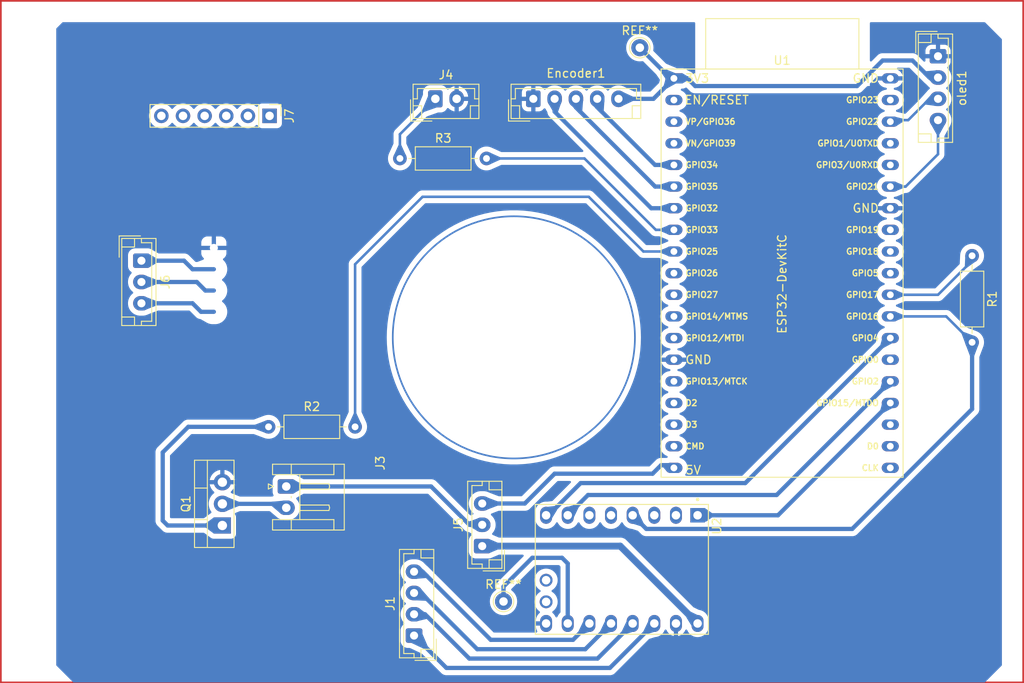
<source format=kicad_pcb>
(kicad_pcb (version 20240108) (generator "pcbnew") (generator_version "8.0")
  (layers (0 "F.Cu" signal) (31 "B.Cu" signal) (34 "B.Paste" user) (35 "F.Paste" user) (36 "B.SilkS" user "B.Silkscreen") (37 "F.SilkS" user "F.Silkscreen") (38 "B.Mask" user) (39 "F.Mask" user) (44 "Edge.Cuts" user))
  (net 0 "")
  (net 1 "Net-(Encoder1-s1)")
  (net 2 "Net-(Encoder1-s2)")
  (net 8 "Net-(Encoder1-Key)")
  (net 15 "Net-(J1-Pin_3)")
  (net 23 "GND")
  (net 24 "+5V")
  (net 25 "Net-(Encoder1-VCC)")
  (net 26 "Net-(U1-GPIO21)")
  (net 27 "Net-(U1-GPIO22)")
  (net 28 "Net-(U1-ADC2_CH2{slash}GPIO2)")
  (net 29 "Net-(U1-GPIO16)")
  (net 31 "+3.3V")
  (net 33 "+24V")
  (net 36 "Net-(U1-GPIO17)")
  (net 37 "Net-(U1-ADC2_CH0{slash}GPIO4)")
  (net 38 "Net-(J1-Pin_2)")
  (net 39 "Net-(J1-Pin_4)")
  (net 40 "Net-(J1-Pin_1)")
  (net 41 "+12V")
  (net 42 "Net-(J3-Pin_2)")
  (net 43 "Net-(Q1-G)")
  (net 46 "Net-(U1-MTDO{slash}GPIO15{slash}ADC2_CH3)")
  (net 53 "Net-(U1-DAC_1{slash}ADC2_CH8{slash}GPIO25)")
  (net 55 "Net-(J4-Pin_1)")
  (net 56 "Net-(U1-32K_XN{slash}GPIO33{slash}ADC1_CH5)")
  (footprint "TMC2209_SILENTSTEPSTICK:MODULE_TMC2209_SILENTSTEPSTICK" (layer "F.Cu") (at 131.39 116.23 -90)
    (property "Reference" "U2" (at -5.075 -11.155 90) (layer "F.SilkS"))
    (property "Value" "~")
    (fp_line (start -7.62 10.16) (end -7.62 -10.16) (stroke (width 0.127)) (layer "F.SilkS"))
    (fp_line (start 7.62 10.16) (end -7.62 10.16) (stroke (width 0.127)) (layer "F.SilkS"))
    (fp_line (start -7.62 -10.16) (end 7.62 -10.16) (stroke (width 0.127)) (layer "F.SilkS"))
    (fp_line (start 7.62 -10.16) (end 7.62 10.16) (stroke (width 0.127)) (layer "F.SilkS"))
    (fp_circle (center -8.2 -8.89) (end -8.1 -8.89) (stroke (width 0.2)) (fill none) (layer "F.SilkS"))
    (pad "1" thru_hole rect (at -6.35 -8.89 270) (size 1.7 1.7) (drill 1) (layers "*.Cu" "*.Mask") (net 46 "Net-(U1-MTDO{slash}GPIO15{slash}ADC2_CH3)"))
    (pad "2" thru_hole oval (at -6.35 -6.35 270) (size 2 1.4) (drill 1) (layers "*.Cu" "*.Mask"))
    (pad "3" thru_hole oval (at -6.35 -3.81 270) (size 2 1.4) (drill 1) (layers "*.Cu" "*.Mask"))
    (pad "4" thru_hole oval (at -6.35 -1.27 270) (size 2 1.4) (drill 1) (layers "*.Cu" "*.Mask") (net 29 "Net-(U1-GPIO16)"))
    (pad "5" thru_hole oval (at -6.35 1.27 270) (size 2 1.4) (drill 1) (layers "*.Cu" "*.Mask"))
    (pad "6" thru_hole oval (at -6.35 3.81 270) (size 2 1.4) (drill 1) (layers "*.Cu" "*.Mask"))
    (pad "7" thru_hole oval (at -6.35 6.35 270) (size 2 1.4) (drill 1) (layers "*.Cu" "*.Mask") (net 28 "Net-(U1-ADC2_CH2{slash}GPIO2)"))
    (pad "8" thru_hole oval (at -6.35 8.89 270) (size 2 1.4) (drill 1) (layers "*.Cu" "*.Mask") (net 37 "Net-(U1-ADC2_CH0{slash}GPIO4)"))
    (pad "9" thru_hole oval (at 6.35 -8.89 270) (size 2 1.4) (drill 1) (layers "*.Cu" "*.Mask") (net 33 "+24V"))
    (pad "10" thru_hole oval (at 6.35 -6.35 270) (size 2 1.4) (drill 1) (layers "*.Cu" "*.Mask") (net 23 "GND"))
    (pad "11" thru_hole oval (at 6.35 -3.81 270) (size 2 1.4) (drill 1) (layers "*.Cu" "*.Mask") (net 40 "Net-(J1-Pin_1)"))
    (pad "12" thru_hole oval (at 6.35 -1.27 270) (size 2 1.4) (drill 1) (layers "*.Cu" "*.Mask") (net 38 "Net-(J1-Pin_2)"))
    (pad "13" thru_hole oval (at 6.35 1.27 270) (size 2 1.4) (drill 1) (layers "*.Cu" "*.Mask") (net 15 "Net-(J1-Pin_3)"))
    (pad "14" thru_hole oval (at 6.35 3.81 270) (size 2 1.4) (drill 1) (layers "*.Cu" "*.Mask") (net 39 "Net-(J1-Pin_4)"))
    (pad "15" thru_hole oval (at 6.35 6.35 270) (size 2 1.4) (drill 1) (layers "*.Cu" "*.Mask") (net 31 "+3.3V"))
    (pad "16" thru_hole oval (at 6.35 8.89 270) (size 2 1.4) (drill 1) (layers "*.Cu" "*.Mask") (net 23 "GND"))
    (pad "17" thru_hole circle (at 1.27 8.89 270) (size 1.508 1.508) (drill 1) (layers "*.Cu" "*.Mask"))
    (pad "18" thru_hole circle (at 3.81 8.89 270) (size 1.508 1.508) (drill 1) (layers "*.Cu" "*.Mask"))
  )
  (footprint "Connector_JST:JST_EH_B2B-EH-A_1x02_P2.50mm_Vertical" (layer "F.Cu") (at 109.5 61)
    (property "Reference" "J4" (at 1.25 -2.8 0) (layer "F.SilkS"))
    (property "Value" "LED Header")
    (fp_line (start -2.91 0.11) (end -2.91 2.61) (stroke (width 0.12)) (layer "F.SilkS"))
    (fp_line (start -2.91 2.61) (end -0.41 2.61) (stroke (width 0.12)) (layer "F.SilkS"))
    (fp_line (start -2.61 -1.71) (end -2.61 2.31) (stroke (width 0.12)) (layer "F.SilkS"))
    (fp_line (start -2.61 0) (end -2.11 0) (stroke (width 0.12)) (layer "F.SilkS"))
    (fp_line (start -2.61 0.81) (end -1.61 0.81) (stroke (width 0.12)) (layer "F.SilkS"))
    (fp_line (start -2.61 2.31) (end 5.11 2.31) (stroke (width 0.12)) (layer "F.SilkS"))
    (fp_line (start -2.11 -1.21) (end 4.61 -1.21) (stroke (width 0.12)) (layer "F.SilkS"))
    (fp_line (start -2.11 0) (end -2.11 -1.21) (stroke (width 0.12)) (layer "F.SilkS"))
    (fp_line (start -1.61 0.81) (end -1.61 2.31) (stroke (width 0.12)) (layer "F.SilkS"))
    (fp_line (start 4.11 0.81) (end 4.11 2.31) (stroke (width 0.12)) (layer "F.SilkS"))
    (fp_line (start 4.61 -1.21) (end 4.61 0) (stroke (width 0.12)) (layer "F.SilkS"))
    (fp_line (start 4.61 0) (end 5.11 0) (stroke (width 0.12)) (layer "F.SilkS"))
    (fp_line (start 5.11 -1.71) (end -2.61 -1.71) (stroke (width 0.12)) (layer "F.SilkS"))
    (fp_line (start 5.11 0.81) (end 4.11 0.81) (stroke (width 0.12)) (layer "F.SilkS"))
    (fp_line (start 5.11 2.31) (end 5.11 -1.71) (stroke (width 0.12)) (layer "F.SilkS"))
    (pad "1" thru_hole roundrect (at 0 0) (size 1.7 2) (drill 1) (layers "*.Cu" "*.Mask") (roundrect_rratio 0.147059) (net 55 "Net-(J4-Pin_1)"))
    (pad "2" thru_hole oval (at 2.5 0) (size 1.7 2) (drill 1) (layers "*.Cu" "*.Mask") (net 23 "GND"))
  )
  (footprint "Resistor_THT:R_Axial_DIN0207_L6.3mm_D2.5mm_P10.16mm_Horizontal" (layer "F.Cu") (at 172.5 79.42 -90)
    (property "Reference" "R1" (at 5.08 -2.37 90) (layer "F.SilkS"))
    (property "Value" "R")
    (fp_line (start 1.81 1.37) (end 8.35 1.37) (stroke (width 0.12)) (layer "F.SilkS"))
    (fp_line (start 8.35 1.37) (end 8.35 -1.37) (stroke (width 0.12)) (layer "F.SilkS"))
    (fp_line (start 1.04 0) (end 1.81 0) (stroke (width 0.12)) (layer "F.SilkS"))
    (fp_line (start 9.12 0) (end 8.35 0) (stroke (width 0.12)) (layer "F.SilkS"))
    (fp_line (start 1.81 -1.37) (end 1.81 1.37) (stroke (width 0.12)) (layer "F.SilkS"))
    (fp_line (start 8.35 -1.37) (end 1.81 -1.37) (stroke (width 0.12)) (layer "F.SilkS"))
    (pad "1" thru_hole circle (at 0 0 270) (size 1.6 1.6) (drill 0.8) (layers "*.Cu" "*.Mask") (net 36 "Net-(U1-GPIO17)"))
    (pad "2" thru_hole oval (at 10.16 0 270) (size 1.6 1.6) (drill 0.8) (layers "*.Cu" "*.Mask") (net 29 "Net-(U1-GPIO16)"))
  )
  (footprint "Resistor_THT:R_Axial_DIN0207_L6.3mm_D2.5mm_P10.16mm_Horizontal" (layer "F.Cu") (at 105.34 68)
    (property "Reference" "R3" (at 5.08 -2.37 0) (layer "F.SilkS"))
    (property "Value" "R")
    (fp_line (start 1.04 0) (end 1.81 0) (stroke (width 0.12)) (layer "F.SilkS"))
    (fp_line (start 1.81 -1.37) (end 1.81 1.37) (stroke (width 0.12)) (layer "F.SilkS"))
    (fp_line (start 1.81 1.37) (end 8.35 1.37) (stroke (width 0.12)) (layer "F.SilkS"))
    (fp_line (start 8.35 -1.37) (end 1.81 -1.37) (stroke (width 0.12)) (layer "F.SilkS"))
    (fp_line (start 8.35 1.37) (end 8.35 -1.37) (stroke (width 0.12)) (layer "F.SilkS"))
    (fp_line (start 9.12 0) (end 8.35 0) (stroke (width 0.12)) (layer "F.SilkS"))
    (pad "1" thru_hole circle (at 0 0) (size 1.6 1.6) (drill 0.8) (layers "*.Cu" "*.Mask") (net 55 "Net-(J4-Pin_1)"))
    (pad "2" thru_hole oval (at 10.16 0) (size 1.6 1.6) (drill 0.8) (layers "*.Cu" "*.Mask") (net 56 "Net-(U1-32K_XN{slash}GPIO33{slash}ADC1_CH5)"))
  )
  (footprint "Connector_JST:JST_EH_B4B-EH-A_1x04_P2.50mm_Vertical" (layer "F.Cu") (at 168.5 56 -90)
    (property "Reference" "oled1" (at 3.75 -2.8 90) (layer "F.SilkS"))
    (property "Value" "~")
    (fp_line (start -2.91 2.61) (end -0.41 2.61) (stroke (width 0.12)) (layer "F.SilkS"))
    (fp_line (start -2.61 2.31) (end 10.11 2.31) (stroke (width 0.12)) (layer "F.SilkS"))
    (fp_line (start 10.11 2.31) (end 10.11 -1.71) (stroke (width 0.12)) (layer "F.SilkS"))
    (fp_line (start -2.61 0.81) (end -1.61 0.81) (stroke (width 0.12)) (layer "F.SilkS"))
    (fp_line (start -1.61 0.81) (end -1.61 2.31) (stroke (width 0.12)) (layer "F.SilkS"))
    (fp_line (start 9.11 0.81) (end 9.11 2.31) (stroke (width 0.12)) (layer "F.SilkS"))
    (fp_line (start 10.11 0.81) (end 9.11 0.81) (stroke (width 0.12)) (layer "F.SilkS"))
    (fp_line (start -2.91 0.11) (end -2.91 2.61) (stroke (width 0.12)) (layer "F.SilkS"))
    (fp_line (start -2.61 0) (end -2.11 0) (stroke (width 0.12)) (layer "F.SilkS"))
    (fp_line (start -2.11 0) (end -2.11 -1.21) (stroke (width 0.12)) (layer "F.SilkS"))
    (fp_line (start 9.61 0) (end 10.11 0) (stroke (width 0.12)) (layer "F.SilkS"))
    (fp_line (start -2.11 -1.21) (end 9.61 -1.21) (stroke (width 0.12)) (layer "F.SilkS"))
    (fp_line (start 9.61 -1.21) (end 9.61 0) (stroke (width 0.12)) (layer "F.SilkS"))
    (fp_line (start -2.61 -1.71) (end -2.61 2.31) (stroke (width 0.12)) (layer "F.SilkS"))
    (fp_line (start 10.11 -1.71) (end -2.61 -1.71) (stroke (width 0.12)) (layer "F.SilkS"))
    (pad "1" thru_hole roundrect (at 0 0 270) (size 1.7 1.95) (drill 0.95) (layers "*.Cu" "*.Mask") (roundrect_rratio 0.147059) (net 23 "GND"))
    (pad "2" thru_hole oval (at 2.5 0 270) (size 1.7 1.95) (drill 0.95) (layers "*.Cu" "*.Mask") (net 25 "Net-(Encoder1-VCC)"))
    (pad "3" thru_hole oval (at 5 0 270) (size 1.7 1.95) (drill 0.95) (layers "*.Cu" "*.Mask") (net 27 "Net-(U1-GPIO22)"))
    (pad "4" thru_hole oval (at 7.5 0 270) (size 1.7 1.95) (drill 0.95) (layers "*.Cu" "*.Mask") (net 26 "Net-(U1-GPIO21)"))
  )
  (footprint "TestPoint:TestPoint_THTPad_D2.0mm_Drill1.0mm" (layer "F.Cu") (at 117.5 120)
    (property "Reference" "REF**" (at 0 -1.998 0) (layer "F.SilkS"))
    (property "Value" "3.3v")
    (fp_circle (center 0 0) (end 0 1.2) (stroke (width 0.12)) (fill none) (layer "F.SilkS"))
    (pad "1" thru_hole circle (at 0 0) (size 2 2) (drill 1) (layers "*.Cu" "*.Mask") (net 31 "+3.3V"))
  )
  (footprint "Connector_JST:JST_EH_B3B-EH-A_1x03_P2.50mm_Vertical" (layer "F.Cu") (at 115 113.5 90)
    (property "Reference" "J5" (at 2.5 -2.8 90) (layer "F.SilkS"))
    (property "Value" "Board Power")
    (fp_line (start 7.61 -1.71) (end -2.61 -1.71) (stroke (width 0.12)) (layer "F.SilkS"))
    (fp_line (start -2.61 -1.71) (end -2.61 2.31) (stroke (width 0.12)) (layer "F.SilkS"))
    (fp_line (start 7.11 -1.21) (end 7.11 0) (stroke (width 0.12)) (layer "F.SilkS"))
    (fp_line (start -2.11 -1.21) (end 7.11 -1.21) (stroke (width 0.12)) (layer "F.SilkS"))
    (fp_line (start 7.11 0) (end 7.61 0) (stroke (width 0.12)) (layer "F.SilkS"))
    (fp_line (start -2.11 0) (end -2.11 -1.21) (stroke (width 0.12)) (layer "F.SilkS"))
    (fp_line (start -2.61 0) (end -2.11 0) (stroke (width 0.12)) (layer "F.SilkS"))
    (fp_line (start -2.91 0.11) (end -2.91 2.61) (stroke (width 0.12)) (layer "F.SilkS"))
    (fp_line (start 7.61 0.81) (end 6.61 0.81) (stroke (width 0.12)) (layer "F.SilkS"))
    (fp_line (start 6.61 0.81) (end 6.61 2.31) (stroke (width 0.12)) (layer "F.SilkS"))
    (fp_line (start -1.61 0.81) (end -1.61 2.31) (stroke (width 0.12)) (layer "F.SilkS"))
    (fp_line (start -2.61 0.81) (end -1.61 0.81) (stroke (width 0.12)) (layer "F.SilkS"))
    (fp_line (start 7.61 2.31) (end 7.61 -1.71) (stroke (width 0.12)) (layer "F.SilkS"))
    (fp_line (start -2.61 2.31) (end 7.61 2.31) (stroke (width 0.12)) (layer "F.SilkS"))
    (fp_line (start -2.91 2.61) (end -0.41 2.61) (stroke (width 0.12)) (layer "F.SilkS"))
    (pad "1" thru_hole roundrect (at 0 0 90) (size 1.7 1.95) (drill 0.95) (layers "*.Cu" "*.Mask") (roundrect_rratio 0.147059) (net 33 "+24V"))
    (pad "2" thru_hole oval (at 2.5 0 90) (size 1.7 1.95) (drill 0.95) (layers "*.Cu" "*.Mask") (net 41 "+12V"))
    (pad "3" thru_hole oval (at 5 0 90) (size 1.7 1.95) (drill 0.95) (layers "*.Cu" "*.Mask") (net 24 "+5V"))
  )
  (footprint "TestPoint:TestPoint_THTPad_D2.0mm_Drill1.0mm" (layer "F.Cu") (at 133.5 55)
    (property "Reference" "REF**" (at 0 -1.998 0) (layer "F.SilkS"))
    (property "Value" "3.3v")
    (fp_circle (center 0 0) (end 0 1.2) (stroke (width 0.12)) (fill none) (layer "F.SilkS"))
    (pad "1" thru_hole circle (at 0 0) (size 2 2) (drill 1) (layers "*.Cu" "*.Mask") (net 25 "Net-(Encoder1-VCC)"))
  )
  (footprint "Connector_JST:JST_EH_B4B-EH-A_1x04_P2.50mm_Vertical" (layer "F.Cu") (at 107 124 90)
    (property "Reference" "J1" (at 3.75 -2.8 90) (layer "F.SilkS"))
    (property "Value" "Motor Header")
    (fp_line (start 10.11 -1.71) (end -2.61 -1.71) (stroke (width 0.12)) (layer "F.SilkS"))
    (fp_line (start -2.61 -1.71) (end -2.61 2.31) (stroke (width 0.12)) (layer "F.SilkS"))
    (fp_line (start 9.61 -1.21) (end 9.61 0) (stroke (width 0.12)) (layer "F.SilkS"))
    (fp_line (start -2.11 -1.21) (end 9.61 -1.21) (stroke (width 0.12)) (layer "F.SilkS"))
    (fp_line (start 9.61 0) (end 10.11 0) (stroke (width 0.12)) (layer "F.SilkS"))
    (fp_line (start -2.11 0) (end -2.11 -1.21) (stroke (width 0.12)) (layer "F.SilkS"))
    (fp_line (start -2.61 0) (end -2.11 0) (stroke (width 0.12)) (layer "F.SilkS"))
    (fp_line (start -2.91 0.11) (end -2.91 2.61) (stroke (width 0.12)) (layer "F.SilkS"))
    (fp_line (start 10.11 0.81) (end 9.11 0.81) (stroke (width 0.12)) (layer "F.SilkS"))
    (fp_line (start 9.11 0.81) (end 9.11 2.31) (stroke (width 0.12)) (layer "F.SilkS"))
    (fp_line (start -1.61 0.81) (end -1.61 2.31) (stroke (width 0.12)) (layer "F.SilkS"))
    (fp_line (start -2.61 0.81) (end -1.61 0.81) (stroke (width 0.12)) (layer "F.SilkS"))
    (fp_line (start 10.11 2.31) (end 10.11 -1.71) (stroke (width 0.12)) (layer "F.SilkS"))
    (fp_line (start -2.61 2.31) (end 10.11 2.31) (stroke (width 0.12)) (layer "F.SilkS"))
    (fp_line (start -2.91 2.61) (end -0.41 2.61) (stroke (width 0.12)) (layer "F.SilkS"))
    (pad "1" thru_hole roundrect (at 0 0 90) (size 1.7 1.95) (drill 0.95) (layers "*.Cu" "*.Mask") (roundrect_rratio 0.147059) (net 40 "Net-(J1-Pin_1)"))
    (pad "2" thru_hole oval (at 2.5 0 90) (size 1.7 1.95) (drill 0.95) (layers "*.Cu" "*.Mask") (net 38 "Net-(J1-Pin_2)"))
    (pad "3" thru_hole oval (at 5 0 90) (size 1.7 1.95) (drill 0.95) (layers "*.Cu" "*.Mask") (net 15 "Net-(J1-Pin_3)"))
    (pad "4" thru_hole oval (at 7.5 0 90) (size 1.7 1.95) (drill 0.95) (layers "*.Cu" "*.Mask") (net 39 "Net-(J1-Pin_4)"))
  )
  (footprint "Connector_JST:JST_EH_S2B-EH_1x02_P2.50mm_Horizontal" (layer "F.Cu") (at 92 106.5 -90)
    (property "Reference" "J3" (at -2.75 -11.0325 90) (layer "F.SilkS"))
    (property "Value" "Fan Header")
    (fp_line (start -0.3 2.1) (end 0.3 2.1) (stroke (width 0.12)) (layer "F.SilkS"))
    (fp_line (start 0.3 2.1) (end 0 1.5) (stroke (width 0.12)) (layer "F.SilkS"))
    (fp_line (start -2.61 1.61) (end -2.61 -6.81) (stroke (width 0.12)) (layer "F.SilkS"))
    (fp_line (start -1.39 1.61) (end -2.61 1.61) (stroke (width 0.12)) (layer "F.SilkS"))
    (fp_line (start 3.89 1.61) (end 3.89 -0.59) (stroke (width 0.12)) (layer "F.SilkS"))
    (fp_line (start 5.11 1.61) (end 3.89 1.61) (stroke (width 0.12)) (layer "F.SilkS"))
    (fp_line (start 0 1.5) (end -0.3 2.1) (stroke (width 0.12)) (layer "F.SilkS"))
    (fp_line (start -1.39 -0.59) (end -1.39 1.61) (stroke (width 0.12)) (layer "F.SilkS"))
    (fp_line (start -1.39 -0.59) (end -2.61 -0.59) (stroke (width 0.12)) (layer "F.SilkS"))
    (fp_line (start 1.17 -0.59) (end 1.33 -0.59) (stroke (width 0.12)) (layer "F.SilkS"))
    (fp_line (start 3.89 -0.59) (end 5.11 -0.59) (stroke (width 0.12)) (layer "F.SilkS"))
    (fp_line (start -1.39 -1.59) (end 3.89 -1.59) (stroke (width 0.12)) (layer "F.SilkS"))
    (fp_line (start -0.32 -1.59) (end -0.32 -5.01) (stroke (width 0.12)) (layer "F.SilkS"))
    (fp_line (start 0 -1.59) (end -0.32 -1.59) (stroke (width 0.12)) (layer "F.SilkS"))
    (fp_line (start 0.32 -1.59) (end 0 -1.59) (stroke (width 0.12)) (layer "F.SilkS"))
    (fp_line (start 2.18 -1.59) (end 2.18 -5.01) (stroke (width 0.12)) (layer "F.SilkS"))
    (fp_line (start 2.5 -1.59) (end 2.18 -1.59) (stroke (width 0.12)) (layer "F.SilkS"))
    (fp_line (start 2.82 -1.59) (end 2.5 -1.59) (stroke (width 0.12)) (layer "F.SilkS"))
    (fp_line (start -0.32 -5.01) (end 0 -5.09) (stroke (width 0.12)) (layer "F.SilkS"))
    (fp_line (start 0.32 -5.01) (end 0.32 -1.59) (stroke (width 0.12)) (layer "F.SilkS"))
    (fp_line (start 2.18 -5.01) (end 2.5 -5.09) (stroke (width 0.12)) (layer "F.SilkS"))
    (fp_line (start 2.82 -5.01) (end 2.82 -1.59) (stroke (width 0.12)) (layer "F.SilkS"))
    (fp_line (start 0 -5.09) (end 0.32 -5.01) (stroke (width 0.12)) (layer "F.SilkS"))
    (fp_line (start 2.5 -5.09) (end 2.82 -5.01) (stroke (width 0.12)) (layer "F.SilkS"))
    (fp_line (start -2.61 -5.59) (end -1.39 -5.59) (stroke (width 0.12)) (layer "F.SilkS"))
    (fp_line (start -1.39 -5.59) (end -1.39 -0.59) (stroke (width 0.12)) (layer "F.SilkS"))
    (fp_line (start 3.89 -5.59) (end 3.89 -0.59) (stroke (width 0.12)) (layer "F.SilkS"))
    (fp_line (start 5.11 -5.59) (end 3.89 -5.59) (stroke (width 0.12)) (layer "F.SilkS"))
    (fp_line (start -2.61 -6.81) (end 5.11 -6.81) (stroke (width 0.12)) (layer "F.SilkS"))
    (fp_line (start 5.11 -6.81) (end 5.11 1.61) (stroke (width 0.12)) (layer "F.SilkS"))
    (pad "1" thru_hole roundrect (at 0 0 270) (size 1.7 2) (drill 1) (layers "*.Cu" "*.Mask") (roundrect_rratio 0.147059) (net 41 "+12V"))
    (pad "2" thru_hole oval (at 2.5 0 270) (size 1.7 2) (drill 1) (layers "*.Cu" "*.Mask") (net 42 "Net-(J3-Pin_2)"))
  )
  (footprint "Package_TO_SOT_THT:TO-220-3_Vertical" (layer "F.Cu") (at 84.5 111.08 90)
    (property "Reference" "Q1" (at 2.54 -4.27 90) (layer "F.SilkS"))
    (property "Value" "IRLZ34N")
    (fp_line (start 7.66 -3.27) (end 7.66 1.371) (stroke (width 0.12)) (layer "F.SilkS"))
    (fp_line (start 4.391 -3.27) (end 4.391 -1.76) (stroke (width 0.12)) (layer "F.SilkS"))
    (fp_line (start 0.69 -3.27) (end 0.69 -1.76) (stroke (width 0.12)) (layer "F.SilkS"))
    (fp_line (start -2.58 -3.27) (end 7.66 -3.27) (stroke (width 0.12)) (layer "F.SilkS"))
    (fp_line (start -2.58 -3.27) (end -2.58 1.371) (stroke (width 0.12)) (layer "F.SilkS"))
    (fp_line (start -2.58 -1.76) (end 7.66 -1.76) (stroke (width 0.12)) (layer "F.SilkS"))
    (fp_line (start -2.58 1.371) (end 7.66 1.371) (stroke (width 0.12)) (layer "F.SilkS"))
    (pad "1" thru_hole rect (at 0 0 90) (size 1.905 2) (drill 1.1) (layers "*.Cu" "*.Mask") (net 43 "Net-(Q1-G)"))
    (pad "2" thru_hole oval (at 2.54 0 90) (size 1.905 2) (drill 1.1) (layers "*.Cu" "*.Mask") (net 42 "Net-(J3-Pin_2)"))
    (pad "3" thru_hole oval (at 5.08 0 90) (size 1.905 2) (drill 1.1) (layers "*.Cu" "*.Mask") (net 23 "GND"))
  )
  (footprint "Connector_JST:JST_EH_B3B-EH-A_1x03_P2.50mm_Vertical" (layer "F.Cu") (at 75 80 -90)
    (property "Reference" "J6" (at 2.5 -2.8 90) (layer "F.SilkS"))
    (property "Value" "Switch Power")
    (fp_line (start -2.91 2.61) (end -0.41 2.61) (stroke (width 0.12)) (layer "F.SilkS"))
    (fp_line (start -2.61 2.31) (end 7.61 2.31) (stroke (width 0.12)) (layer "F.SilkS"))
    (fp_line (start 7.61 2.31) (end 7.61 -1.71) (stroke (width 0.12)) (layer "F.SilkS"))
    (fp_line (start -2.61 0.81) (end -1.61 0.81) (stroke (width 0.12)) (layer "F.SilkS"))
    (fp_line (start -1.61 0.81) (end -1.61 2.31) (stroke (width 0.12)) (layer "F.SilkS"))
    (fp_line (start 6.61 0.81) (end 6.61 2.31) (stroke (width 0.12)) (layer "F.SilkS"))
    (fp_line (start 7.61 0.81) (end 6.61 0.81) (stroke (width 0.12)) (layer "F.SilkS"))
    (fp_line (start -2.91 0.11) (end -2.91 2.61) (stroke (width 0.12)) (layer "F.SilkS"))
    (fp_line (start -2.61 0) (end -2.11 0) (stroke (width 0.12)) (layer "F.SilkS"))
    (fp_line (start -2.11 0) (end -2.11 -1.21) (stroke (width 0.12)) (layer "F.SilkS"))
    (fp_line (start 7.11 0) (end 7.61 0) (stroke (width 0.12)) (layer "F.SilkS"))
    (fp_line (start -2.11 -1.21) (end 7.11 -1.21) (stroke (width 0.12)) (layer "F.SilkS"))
    (fp_line (start 7.11 -1.21) (end 7.11 0) (stroke (width 0.12)) (layer "F.SilkS"))
    (fp_line (start -2.61 -1.71) (end -2.61 2.31) (stroke (width 0.12)) (layer "F.SilkS"))
    (fp_line (start 7.61 -1.71) (end -2.61 -1.71) (stroke (width 0.12)) (layer "F.SilkS"))
    (pad "1" thru_hole roundrect (at 0 0 270) (size 1.7 1.95) (drill 0.95) (layers "*.Cu" "*.Mask") (roundrect_rratio 0.147059) (net 33 "+24V"))
    (pad "2" thru_hole oval (at 2.5 0 270) (size 1.7 1.95) (drill 0.95) (layers "*.Cu" "*.Mask") (net 41 "+12V"))
    (pad "3" thru_hole oval (at 5 0 270) (size 1.7 1.95) (drill 0.95) (layers "*.Cu" "*.Mask") (net 24 "+5V"))
  )
  (footprint "Connector_PinHeader_2.54mm:PinHeader_1x06_P2.54mm_Vertical" (layer "F.Cu") (at 90.04 63 -90)
    (property "Reference" "J7" (at 0 -2.33 90) (layer "F.SilkS"))
    (property "Value" "GPIO Header")
    (fp_line (start -1.33 14.03) (end 1.33 14.03) (stroke (width 0.12)) (layer "F.SilkS"))
    (fp_line (start -1.33 1.27) (end -1.33 14.03) (stroke (width 0.12)) (layer "F.SilkS"))
    (fp_line (start -1.33 1.27) (end 1.33 1.27) (stroke (width 0.12)) (layer "F.SilkS"))
    (fp_line (start 1.33 1.27) (end 1.33 14.03) (stroke (width 0.12)) (layer "F.SilkS"))
    (fp_line (start -1.33 0) (end -1.33 -1.33) (stroke (width 0.12)) (layer "F.SilkS"))
    (fp_line (start -1.33 -1.33) (end 0 -1.33) (stroke (width 0.12)) (layer "F.SilkS"))
    (pad "1" thru_hole rect (at 0 0 270) (size 1.7 1.7) (drill 1) (layers "*.Cu" "*.Mask"))
    (pad "2" thru_hole oval (at 0 2.54 270) (size 1.7 1.7) (drill 1) (layers "*.Cu" "*.Mask"))
    (pad "3" thru_hole oval (at 0 5.08 270) (size 1.7 1.7) (drill 1) (layers "*.Cu" "*.Mask"))
    (pad "4" thru_hole oval (at 0 7.62 270) (size 1.7 1.7) (drill 1) (layers "*.Cu" "*.Mask"))
    (pad "5" thru_hole oval (at 0 10.16 270) (size 1.7 1.7) (drill 1) (layers "*.Cu" "*.Mask"))
    (pad "6" thru_hole oval (at 0 12.7 270) (size 1.7 1.7) (drill 1) (layers "*.Cu" "*.Mask"))
  )
  (footprint "Resistor_THT:R_Axial_DIN0207_L6.3mm_D2.5mm_P10.16mm_Horizontal" (layer "F.Cu") (at 89.92 99.5)
    (property "Reference" "R2" (at 5.08 -2.37 0) (layer "F.SilkS"))
    (property "Value" "R")
    (fp_line (start 1.04 0) (end 1.81 0) (stroke (width 0.12)) (layer "F.SilkS"))
    (fp_line (start 1.81 -1.37) (end 1.81 1.37) (stroke (width 0.12)) (layer "F.SilkS"))
    (fp_line (start 1.81 1.37) (end 8.35 1.37) (stroke (width 0.12)) (layer "F.SilkS"))
    (fp_line (start 8.35 -1.37) (end 1.81 -1.37) (stroke (width 0.12)) (layer "F.SilkS"))
    (fp_line (start 8.35 1.37) (end 8.35 -1.37) (stroke (width 0.12)) (layer "F.SilkS"))
    (fp_line (start 9.12 0) (end 8.35 0) (stroke (width 0.12)) (layer "F.SilkS"))
    (pad "1" thru_hole circle (at 0 0) (size 1.6 1.6) (drill 0.8) (layers "*.Cu" "*.Mask") (net 43 "Net-(Q1-G)"))
    (pad "2" thru_hole oval (at 10.16 0) (size 1.6 1.6) (drill 0.8) (layers "*.Cu" "*.Mask") (net 53 "Net-(U1-DAC_1{slash}ADC2_CH8{slash}GPIO25)"))
  )
  (footprint "Connector_JST:JST_EH_B5B-EH-A_1x05_P2.50mm_Vertical" (layer "F.Cu") (at 121 61)
    (property "Reference" "Encoder1" (at 5 -3 0) (layer "F.SilkS"))
    (property "Value" "~")
    (fp_line (start -2.91 0.11) (end -2.91 2.61) (stroke (width 0.12)) (layer "F.SilkS"))
    (fp_line (start -2.91 2.61) (end -0.41 2.61) (stroke (width 0.12)) (layer "F.SilkS"))
    (fp_line (start -2.61 -1.71) (end -2.61 2.31) (stroke (width 0.12)) (layer "F.SilkS"))
    (fp_line (start -2.61 0) (end -2.11 0) (stroke (width 0.12)) (layer "F.SilkS"))
    (fp_line (start -2.61 0.81) (end -1.61 0.81) (stroke (width 0.12)) (layer "F.SilkS"))
    (fp_line (start -2.61 2.31) (end 12.61 2.31) (stroke (width 0.12)) (layer "F.SilkS"))
    (fp_line (start -2.11 -1.21) (end 12.11 -1.21) (stroke (width 0.12)) (layer "F.SilkS"))
    (fp_line (start -2.11 0) (end -2.11 -1.21) (stroke (width 0.12)) (layer "F.SilkS"))
    (fp_line (start -1.61 0.81) (end -1.61 2.31) (stroke (width 0.12)) (layer "F.SilkS"))
    (fp_line (start 11.61 0.81) (end 11.61 2.31) (stroke (width 0.12)) (layer "F.SilkS"))
    (fp_line (start 12.11 -1.21) (end 12.11 0) (stroke (width 0.12)) (layer "F.SilkS"))
    (fp_line (start 12.11 0) (end 12.61 0) (stroke (width 0.12)) (layer "F.SilkS"))
    (fp_line (start 12.61 -1.71) (end -2.61 -1.71) (stroke (width 0.12)) (layer "F.SilkS"))
    (fp_line (start 12.61 0.81) (end 11.61 0.81) (stroke (width 0.12)) (layer "F.SilkS"))
    (fp_line (start 12.61 2.31) (end 12.61 -1.71) (stroke (width 0.12)) (layer "F.SilkS"))
    (pad "1" thru_hole roundrect (at 0 0) (size 1.7 1.95) (drill 0.95) (layers "*.Cu" "*.Mask") (roundrect_rratio 0.147059) (net 23 "GND"))
    (pad "2" thru_hole oval (at 2.5 0) (size 1.7 1.95) (drill 0.95) (layers "*.Cu" "*.Mask") (net 1 "Net-(Encoder1-s1)"))
    (pad "3" thru_hole oval (at 5 0) (size 1.7 1.95) (drill 0.95) (layers "*.Cu" "*.Mask") (net 2 "Net-(Encoder1-s2)"))
    (pad "4" thru_hole oval (at 7.5 0) (size 1.7 1.95) (drill 0.95) (layers "*.Cu" "*.Mask") (net 8 "Net-(Encoder1-Key)"))
    (pad "5" thru_hole oval (at 10 0) (size 1.7 1.95) (drill 0.95) (layers "*.Cu" "*.Mask") (net 25 "Net-(Encoder1-VCC)"))
  )
  (footprint "PCM_Espressif:ESP32-DevKitC" (layer "F.Cu") (at 137.5 58.6)
    (property "Reference" "U1" (at 12.7 -2.1 0) (layer "F.SilkS"))
    (property "Value" "ESP32-DevKitC" (at 12.7 24.13 90) (layer "F.SilkS"))
    (fp_line (start -1.5 46.82) (end 26.899999 46.82) (stroke (width 0.12)) (layer "F.SilkS"))
    (fp_line (start -1.499999 -1.1) (end -1.5 46.82) (stroke (width 0.12)) (layer "F.SilkS"))
    (fp_line (start 3.73012 -7.01312) (end 21.71332 -7.01312) (stroke (width 0.12)) (layer "F.SilkS"))
    (fp_line (start 3.73012 -1.12032) (end 3.73012 -7.01312) (stroke (width 0.12)) (layer "F.SilkS"))
    (fp_line (start 21.71332 -7.01312) (end 21.71332 -1.12032) (stroke (width 0.12)) (layer "F.SilkS"))
    (fp_line (start 26.899999 46.82) (end 26.9 -1.1) (stroke (width 0.12)) (layer "F.SilkS"))
    (fp_line (start 26.9 -1.1) (end -1.499999 -1.1) (stroke (width 0.12)) (layer "F.SilkS"))
    (fp_text user "VP/GPIO36" (at 1.27 5.08 0) (layer "F.SilkS") (effects (font (size 0.7 0.7)) (justify left)))
    (fp_text user "GPIO25" (at 1.27 20.32 0) (layer "F.SilkS") (effects (font (size 0.7 0.7)) (justify left)))
    (fp_text user "GND" (at 24.13 0 0) (layer "F.SilkS") (effects (justify right)))
    (fp_text user "EN/RESET" (at 8.88632 2.53728 0) (layer "F.SilkS") (effects (justify right)))
    (fp_text user "GPIO21" (at 24.13 12.7 0) (layer "F.SilkS") (effects (font (size 0.7 0.7)) (justify right)))
    (fp_text user "5V" (at 1.26632 45.97128 0) (layer "F.SilkS") (effects (justify left)))
    (fp_text user "D3" (at 1.27 40.64 0) (layer "F.SilkS") (effects (font (size 0.7 0.7)) (justify left)))
    (fp_text user "VN/GPIO39" (at 1.27 7.62 0) (layer "F.SilkS") (effects (font (size 0.7 0.7)) (justify left)))
    (fp_text user "GPIO16" (at 24.13 27.94 0) (layer "F.SilkS") (effects (font (size 0.7 0.7)) (justify right)))
    (fp_text user "3V3" (at 1.27 0 0) (layer "F.SilkS") (effects (justify left)))
    (fp_text user "GPIO15/MTDO" (at 24.13 38.1 0) (layer "F.SilkS") (effects (font (size 0.7 0.7)) (justify right)))
    (fp_text user "GPIO12/MTDI" (at 1.27 30.48 0) (layer "F.SilkS") (effects (font (size 0.7 0.7)) (justify left)))
    (fp_text user "GPIO35" (at 1.27 12.7 0) (layer "F.SilkS") (effects (font (size 0.7 0.7)) (justify left)))
    (fp_text user "D2" (at 1.27 38.1 0) (layer "F.SilkS") (effects (font (size 0.7 0.7)) (justify left)))
    (fp_text user "GPIO32" (at 1.27 15.24 0) (layer "F.SilkS") (effects (font (size 0.7 0.7)) (justify left)))
    (fp_text user "GPIO0" (at 24.13 33.02 0) (layer "F.SilkS") (effects (font (size 0.7 0.7)) (justify right)))
    (fp_text user "GPIO27" (at 1.27 25.4 0) (layer "F.SilkS") (effects (font (size 0.7 0.7)) (justify left)))
    (fp_text user "GPIO34" (at 1.27 10.16 0) (layer "F.SilkS") (effects (font (size 0.7 0.7)) (justify left)))
    (fp_text user "GND" (at 24.13 15.24 0) (layer "F.SilkS") (effects (justify right)))
    (fp_text user "GPIO5" (at 24.13 22.86 0) (layer "F.SilkS") (effects (font (size 0.7 0.7)) (justify right)))
    (fp_text user "GPIO4" (at 24.13 30.48 0) (layer "F.SilkS") (effects (font (size 0.7 0.7)) (justify right)))
    (fp_text user "GPIO22" (at 24.13 5.08 0) (layer "F.SilkS") (effects (font (size 0.7 0.7)) (justify right)))
    (fp_text user "GND" (at 1.27 33.02 0) (layer "F.SilkS") (effects (justify left)))
    (fp_text user "GPIO18" (at 24.13 20.32 0) (layer "F.SilkS") (effects (font (size 0.7 0.7)) (justify right)))
    (fp_text user "GPIO26" (at 1.27 22.86 0) (layer "F.SilkS") (effects (font (size 0.7 0.7)) (justify left)))
    (fp_text user "D0" (at 24.13 43.18 0) (layer "F.SilkS") (effects (font (size 0.7 0.7)) (justify right)))
    (fp_text user "CMD" (at 1.27 43.18 0) (layer "F.SilkS") (effects (font (size 0.7 0.7)) (justify left)))
    (fp_text user "GPIO3/U0RXD" (at 24.13 10.16 0) (layer "F.SilkS") (effects (font (size 0.7 0.7)) (justify right)))
    (fp_text user "GPIO1/U0TXD" (at 24.13 7.62 0) (layer "F.SilkS") (effects (font (size 0.7 0.7)) (justify right)))
    (fp_text user "GPIO19" (at 24.13 17.78 0) (layer "F.SilkS") (effects (font (size 0.7 0.7)) (justify right)))
    (fp_text user "GPIO23" (at 24.13 2.54 0) (layer "F.SilkS") (effects (font (size 0.7 0.7)) (justify right)))
    (fp_text user "GPIO17" (at 24.13 25.4 0) (layer "F.SilkS") (effects (font (size 0.7 0.7)) (justify right)))
    (fp_text user "CLK" (at 24.13 45.72 0) (layer "F.SilkS") (effects (font (size 0.7 0.7)) (justify right)))
    (fp_text user "GPIO13/MTCK" (at 1.27 35.56 0) (layer "F.SilkS") (effects (font (size 0.7 0.7)) (justify left)))
    (fp_text user "GPIO14/MTMS" (at 1.27 27.94 0) (layer "F.SilkS") (effects (font (size 0.7 0.7)) (justify left)))
    (fp_text user "GPIO33" (at 1.27 17.78 0) (layer "F.SilkS") (effects (font (size 0.7 0.7)) (justify left)))
    (fp_text user "GPIO2" (at 24.13 35.56 0) (layer "F.SilkS") (effects (font (size 0.7 0.7)) (justify right)))
    (pad "1" thru_hole rect (at 0 0 270) (size 1.2 2) (drill 0.8) (layers "*.Cu" "*.Mask") (net 25 "Net-(Encoder1-VCC)"))
    (pad "2" thru_hole oval (at 0 2.54 270) (size 1.2 2) (drill 0.8) (layers "*.Cu" "*.Mask"))
    (pad "3" thru_hole oval (at 0 5.08 270) (size 1.2 2) (drill 0.8) (layers "*.Cu" "*.Mask"))
    (pad "4" thru_hole oval (at 0 7.62 270) (size 1.2 2) (drill 0.8) (layers "*.Cu" "*.Mask"))
    (pad "5" thru_hole oval (at 0 10.16 270) (size 1.2 2) (drill 0.8) (layers "*.Cu" "*.Mask") (net 8 "Net-(Encoder1-Key)"))
    (pad "6" thru_hole oval (at 0 12.7 270) (size 1.2 2) (drill 0.8) (layers "*.Cu" "*.Mask") (net 2 "Net-(Encoder1-s2)"))
    (pad "7" thru_hole oval (at 0 15.24 270) (size 1.2 2) (drill 0.8) (layers "*.Cu" "*.Mask") (net 1 "Net-(Encoder1-s1)"))
    (pad "8" thru_hole oval (at 0 17.78 270) (size 1.2 2) (drill 0.8) (layers "*.Cu" "*.Mask") (net 56 "Net-(U1-32K_XN{slash}GPIO33{slash}ADC1_CH5)"))
    (pad "9" thru_hole oval (at 0 20.32 270) (size 1.2 2) (drill 0.8) (layers "*.Cu" "*.Mask") (net 53 "Net-(U1-DAC_1{slash}ADC2_CH8{slash}GPIO25)"))
    (pad "10" thru_hole oval (at 0 22.86 270) (size 1.2 2) (drill 0.8) (layers "*.Cu" "*.Mask"))
    (pad "11" thru_hole oval (at 0 25.4 270) (size 1.2 2) (drill 0.8) (layers "*.Cu" "*.Mask"))
    (pad "12" thru_hole oval (at 0 27.94 270) (size 1.2 2) (drill 0.8) (layers "*.Cu" "*.Mask"))
    (pad "13" thru_hole oval (at 0 30.48 270) (size 1.2 2) (drill 0.8) (layers "*.Cu" "*.Mask"))
    (pad "14" thru_hole oval (at 0 33.02 270) (size 1.2 2) (drill 0.8) (layers "*.Cu" "*.Mask") (net 23 "GND"))
    (pad "15" thru_hole oval (at 0 35.56 270) (size 1.2 2) (drill 0.8) (layers "*.Cu" "*.Mask"))
    (pad "16" thru_hole oval (at 0 38.1 270) (size 1.2 2) (drill 0.8) (layers "*.Cu" "*.Mask"))
    (pad "17" thru_hole oval (at 0 40.64 270) (size 1.2 2) (drill 0.8) (layers "*.Cu" "*.Mask"))
    (pad "18" thru_hole oval (at 0 43.18 270) (size 1.2 2) (drill 0.8) (layers "*.Cu" "*.Mask"))
    (pad "19" thru_hole oval (at 0 45.72 270) (size 1.2 2) (drill 0.8) (layers "*.Cu" "*.Mask") (net 24 "+5V"))
    (pad "20" thru_hole oval (at 25.39632 45.71728 270) (size 1.2 2) (drill 0.8) (layers "*.Cu" "*.Mask"))
    (pad "21" thru_hole oval (at 25.39632 43.17728 270) (size 1.2 2) (drill 0.8) (layers "*.Cu" "*.Mask"))
    (pad "22" thru_hole oval (at 25.4 40.64 270) (size 1.2 2) (drill 0.8) (layers "*.Cu" "*.Mask"))
    (pad "23" thru_hole oval (at 25.4 38.1 270) (size 1.2 2) (drill 0.8) (layers "*.Cu" "*.Mask") (net 46 "Net-(U1-MTDO{slash}GPIO15{slash}ADC2_CH3)"))
    (pad "24" thru_hole oval (at 25.4 35.56 270) (size 1.2 2) (drill 0.8) (layers "*.Cu" "*.Mask") (net 28 "Net-(U1-ADC2_CH2{slash}GPIO2)"))
    (pad "25" thru_hole oval (at 25.4 33.02 270) (size 1.2 2) (drill 0.8) (layers "*.Cu" "*.Mask"))
    (pad "26" thru_hole oval (at 25.4 30.48 270) (size 1.2 2) (drill 0.8) (layers "*.Cu" "*.Mask") (net 37 "Net-(U1-ADC2_CH0{slash}GPIO4)"))
    (pad "27" thru_hole oval (at 25.4 27.94 270) (size 1.2 2) (drill 0.8) (layers "*.Cu" "*.Mask") (net 29 "Net-(U1-GPIO16)"))
    (pad "28" thru_hole oval (at 25.4 25.4 270) (size 1.2 2) (drill 0.8) (layers "*.Cu" "*.Mask") (net 36 "Net-(U1-GPIO17)"))
    (pad "29" thru_hole oval (at 25.4 22.86 270) (size 1.2 2) (drill 0.8) (layers "*.Cu" "*.Mask"))
    (pad "30" thru_hole oval (at 25.4 20.32 270) (size 1.2 2) (drill 0.8) (layers "*.Cu" "*.Mask"))
    (pad "31" thru_hole oval (at 25.4 17.78 270) (size 1.2 2) (drill 0.8) (layers "*.Cu" "*.Mask"))
    (pad "32" thru_hole oval (at 25.4 15.24 270) (size 1.2 2) (drill 0.8) (layers "*.Cu" "*.Mask") (net 23 "GND"))
    (pad "33" thru_hole oval (at 25.4 12.7 270) (size 1.2 2) (drill 0.8) (layers "*.Cu" "*.Mask") (net 26 "Net-(U1-GPIO21)"))
    (pad "34" thru_hole oval (at 25.4 10.16 270) (size 1.2 2) (drill 0.8) (layers "*.Cu" "*.Mask"))
    (pad "35" thru_hole oval (at 25.4 7.62 270) (size 1.2 2) (drill 0.8) (layers "*.Cu" "*.Mask"))
    (pad "36" thru_hole oval (at 25.4 5.08 270) (size 1.2 2) (drill 0.8) (layers "*.Cu" "*.Mask") (net 27 "Net-(U1-GPIO22)"))
    (pad "37" thru_hole oval (at 25.4 2.54 270) (size 1.2 2) (drill 0.8) (layers "*.Cu" "*.Mask"))
    (pad "38" thru_hole oval (at 25.4 0 270) (size 1.2 2) (drill 0.8) (layers "*.Cu" "*.Mask") (net 23 "GND"))
  )
  (gr_rect (start 58.5 49.5) (end 178.5 129.5) (stroke (width 0.2)) (fill none) (layer "F.Cu") (net 50))
  (gr_circle (center 118.71267 89) (end 132.92534 89) (stroke (width 0.2)) (fill none) (layer "B.Cu") (net 36))
  (segment (start 134.84 73.84) (end 137.5 73.84) (width 0.5) (layer "B.Cu") (net 1))
  (segment (start 137.5 73.609188) (end 137.5 73.84) (width 0.3) (layer "B.Cu") (net 1))
  (segment (start 123.5 62.5) (end 134.84 73.84) (width 0.5) (layer "B.Cu") (net 1))
  (segment (start 123.5 61) (end 123.5 62.5) (width 0.5) (layer "B.Cu") (net 1))
  (segment (start 126 61) (end 126 62) (width 0.5) (layer "B.Cu") (net 2))
  (segment (start 126 62) (end 135.3 71.3) (width 0.5) (layer "B.Cu") (net 2))
  (segment (start 135.3 71.3) (end 137.5 71.3) (width 0.5) (layer "B.Cu") (net 2))
  (segment (start 135.286471 68.76) (end 137.5 68.76) (width 0.5) (layer "B.Cu") (net 8))
  (segment (start 137.5 68.529188) (end 137.5 68.76) (width 0.3) (layer "B.Cu") (net 8))
  (segment (start 128.5 61.973529) (end 135.286471 68.76) (width 0.5) (layer "B.Cu") (net 8))
  (segment (start 128.5 61) (end 128.5 61.973529) (width 0.5) (layer "B.Cu") (net 8))
  (segment (start 107.8125 119) (end 114.4125 125.6) (width 0.5) (layer "B.Cu") (net 15))
  (segment (start 114.4125 125.6) (end 127.1 125.6) (width 0.5) (layer "B.Cu") (net 15))
  (segment (start 127.1 125.6) (end 130.12 122.58) (width 0.5) (layer "B.Cu") (net 15))
  (segment (start 107 119) (end 107.8125 119) (width 0.5) (layer "B.Cu") (net 15))
  (segment (start 137.18 104) (end 137.5 104.32) (width 0.5) (layer "B.Cu") (net 24))
  (segment (start 82 86) (end 83.5 86) (width 0.5) (layer "B.Cu") (net 24))
  (segment (start 115 108.5) (end 120 108.5) (width 0.5) (layer "B.Cu") (net 24))
  (segment (start 123.5 105) (end 135 105) (width 0.5) (layer "B.Cu") (net 24))
  (segment (start 120 108.5) (end 123.5 105) (width 0.5) (layer "B.Cu") (net 24))
  (segment (start 136 104) (end 137.18 104) (width 0.5) (layer "B.Cu") (net 24))
  (segment (start 81 85) (end 82 86) (width 0.5) (layer "B.Cu") (net 24))
  (segment (start 75 85) (end 81 85) (width 0.5) (layer "B.Cu") (net 24))
  (segment (start 135 105) (end 136 104) (width 0.5) (layer "B.Cu") (net 24))
  (segment (start 139.1 58.6) (end 140 59.5) (width 0.5) (layer "B.Cu") (net 25))
  (segment (start 165.5 56.5) (end 167.5 58.5) (width 0.5) (layer "B.Cu") (net 25))
  (segment (start 159 59.5) (end 162 56.5) (width 0.5) (layer "B.Cu") (net 25))
  (segment (start 135.1 61) (end 137.5 58.6) (width 0.5) (layer "B.Cu") (net 25))
  (segment (start 137.1 58.6) (end 137.5 58.6) (width 0.5) (layer "B.Cu") (net 25))
  (segment (start 137.5 58.6) (end 139.1 58.6) (width 0.5) (layer "B.Cu") (net 25))
  (segment (start 167.5 58.5) (end 168.5 58.5) (width 0.5) (layer "B.Cu") (net 25))
  (segment (start 135.1 61) (end 136.863604 59.236396) (width 0.3) (layer "B.Cu") (net 25))
  (segment (start 133.5 55) (end 137.1 58.6) (width 0.5) (layer "B.Cu") (net 25))
  (segment (start 140 59.5) (end 159 59.5) (width 0.5) (layer "B.Cu") (net 25))
  (segment (start 162 56.5) (end 165.5 56.5) (width 0.5) (layer "B.Cu") (net 25))
  (segment (start 131 61) (end 135.1 61) (width 0.5) (layer "B.Cu") (net 25))
  (segment (start 168.5 63.5) (end 168.5 67.5) (width 0.3) (layer "B.Cu") (net 26))
  (segment (start 168.5 67.5) (end 164.7 71.3) (width 0.3) (layer "B.Cu") (net 26))
  (segment (start 164.7 71.3) (end 162.9 71.3) (width 0.3) (layer "B.Cu") (net 26))
  (segment (start 165 63.5) (end 163.08 63.5) (width 0.3) (layer "B.Cu") (net 27))
  (segment (start 168.5 61) (end 167.5 61) (width 0.3) (layer "B.Cu") (net 27))
  (segment (start 163.08 63.5) (end 162.9 63.68) (width 0.3) (layer "B.Cu") (net 27))
  (segment (start 167.5 61) (end 165 63.5) (width 0.3) (layer "B.Cu") (net 27))
  (segment (start 125.04 109.88) (end 127.42 107.5) (width 0.5) (layer "B.Cu") (net 28))
  (segment (start 149.56 107.5) (end 162.9 94.16) (width 0.5) (layer "B.Cu") (net 28))
  (segment (start 127.42 107.5) (end 149.56 107.5) (width 0.5) (layer "B.Cu") (net 28))
  (segment (start 134.264 111.484) (end 158.430214 111.484) (width 0.5) (layer "B.Cu") (net 29))
  (segment (start 169.46 86.54) (end 162.9 86.54) (width 0.3) (layer "B.Cu") (net 29))
  (segment (start 158.430214 111.484) (end 172.5 97.414214) (width 0.5) (layer "B.Cu") (net 29))
  (segment (start 172.5 89.58) (end 169.46 86.54) (width 0.3) (layer "B.Cu") (net 29))
  (segment (start 132.66 109.88) (end 134.264 111.484) (width 0.5) (layer "B.Cu") (net 29))
  (segment (start 172.5 97.414214) (end 172.5 89.58) (width 0.5) (layer "B.Cu") (net 29))
  (segment (start 120.875 114.875) (end 124.375 114.875) (width 0.5) (layer "B.Cu") (net 31))
  (segment (start 117.5 120) (end 117.5 118.25) (width 0.5) (layer "B.Cu") (net 31))
  (segment (start 125.04 115.54) (end 125.04 122.58) (width 0.5) (layer "B.Cu") (net 31))
  (segment (start 117.5 118.25) (end 120.875 114.875) (width 0.5) (layer "B.Cu") (net 31))
  (segment (start 124.375 114.875) (end 125.04 115.54) (width 0.5) (layer "B.Cu") (net 31))
  (segment (start 83.5 81) (end 81 81) (width 0.5) (layer "B.Cu") (net 33))
  (segment (start 81 81) (end 80 80) (width 0.5) (layer "B.Cu") (net 33))
  (segment (start 131.2 113.5) (end 140.28 122.58) (width 0.8) (layer "B.Cu") (net 33))
  (segment (start 80 80) (end 75 80) (width 0.5) (layer "B.Cu") (net 33))
  (segment (start 115 113.5) (end 131.2 113.5) (width 0.8) (layer "B.Cu") (net 33))
  (segment (start 162.9 84) (end 168.5 84) (width 0.3) (layer "B.Cu") (net 36))
  (segment (start 172.5 80) (end 168.5 84) (width 0.3) (layer "B.Cu") (net 36))
  (segment (start 172.5 79.42) (end 172.5 80) (width 0.3) (layer "B.Cu") (net 36))
  (segment (start 122.5 109.88) (end 122.771601 109.88) (width 0.5) (layer "B.Cu") (net 37))
  (segment (start 145.88 106.1) (end 162.9 89.08) (width 0.5) (layer "B.Cu") (net 37))
  (segment (start 126.551601 106.1) (end 145.88 106.1) (width 0.5) (layer "B.Cu") (net 37))
  (segment (start 122.771601 109.88) (end 126.551601 106.1) (width 0.5) (layer "B.Cu") (net 37))
  (segment (start 108.284682 121.5) (end 113.484682 126.7) (width 0.5) (layer "B.Cu") (net 38))
  (segment (start 128.54 126.7) (end 132.66 122.58) (width 0.5) (layer "B.Cu") (net 38))
  (segment (start 107 121.5) (end 108.284682 121.5) (width 0.5) (layer "B.Cu") (net 38))
  (segment (start 113.484682 126.7) (end 128.54 126.7) (width 0.5) (layer "B.Cu") (net 38))
  (segment (start 116 124.5) (end 125.66 124.5) (width 0.5) (layer "B.Cu") (net 39))
  (segment (start 107 116.5) (end 108 116.5) (width 0.5) (layer "B.Cu") (net 39))
  (segment (start 107 116.5) (end 107.5 116.5) (width 0.3) (layer "B.Cu") (net 39))
  (segment (start 108 116.5) (end 116 124.5) (width 0.5) (layer "B.Cu") (net 39))
  (segment (start 125.66 124.5) (end 127.58 122.58) (width 0.5) (layer "B.Cu") (net 39))
  (segment (start 107 124) (end 107.5 124) (width 0.3) (layer "B.Cu") (net 40))
  (segment (start 129.98 127.8) (end 135.2 122.58) (width 0.5) (layer "B.Cu") (net 40))
  (segment (start 110.8 127.8) (end 129.98 127.8) (width 0.5) (layer "B.Cu") (net 40))
  (segment (start 107 124) (end 110.8 127.8) (width 0.5) (layer "B.Cu") (net 40))
  (segment (start 92 106.5) (end 92.5 106.5) (width 0.3) (layer "F.Cu") (net 41))
  (segment (start 109 106.5) (end 113.5 111) (width 0.5) (layer "B.Cu") (net 41))
  (segment (start 92 106.5) (end 109 106.5) (width 0.5) (layer "B.Cu") (net 41))
  (segment (start 113.5 111) (end 115 111) (width 0.5) (layer "B.Cu") (net 41))
  (segment (start 81.5 82.5) (end 75 82.5) (width 0.5) (layer "B.Cu") (net 41))
  (segment (start 83.5 83.5) (end 82.5 83.5) (width 0.5) (layer "B.Cu") (net 41))
  (segment (start 82.5 83.5) (end 81.5 82.5) (width 0.5) (layer "B.Cu") (net 41))
  (segment (start 84.5 108.54) (end 91.54 108.54) (width 0.5) (layer "B.Cu") (net 42))
  (segment (start 91.54 108.54) (end 92 109) (width 0.5) (layer "B.Cu") (net 42))
  (segment (start 84.5 108.54) (end 84.96 109) (width 0.3) (layer "B.Cu") (net 42))
  (segment (start 77.5 102.5) (end 80.5 99.5) (width 0.5) (layer "B.Cu") (net 43))
  (segment (start 84.5 111.08) (end 78.08 111.08) (width 0.5) (layer "B.Cu") (net 43))
  (segment (start 80.5 99.5) (end 89.92 99.5) (width 0.5) (layer "B.Cu") (net 43))
  (segment (start 77.5 110.5) (end 77.5 102.5) (width 0.5) (layer "B.Cu") (net 43))
  (segment (start 78.08 111.08) (end 77.5 110.5) (width 0.5) (layer "B.Cu") (net 43))
  (segment (start 159.5 100.1) (end 162.9 96.7) (width 0.3) (layer "B.Cu") (net 46))
  (segment (start 149.72 109.88) (end 162.9 96.7) (width 0.5) (layer "B.Cu") (net 46))
  (segment (start 140.28 109.88) (end 149.72 109.88) (width 0.5) (layer "B.Cu") (net 46))
  (segment (start 127.5 72.5) (end 133.92 78.92) (width 0.3) (layer "B.Cu") (net 53))
  (segment (start 100.08 99.5) (end 100.08 80.42) (width 0.3) (layer "B.Cu") (net 53))
  (segment (start 100.08 80.42) (end 108 72.5) (width 0.3) (layer "B.Cu") (net 53))
  (segment (start 133.92 78.92) (end 137.5 78.92) (width 0.3) (layer "B.Cu") (net 53))
  (segment (start 108 72.5) (end 127.5 72.5) (width 0.3) (layer "B.Cu") (net 53))
  (segment (start 105.34 65.16) (end 109.5 61) (width 0.3) (layer "B.Cu") (net 55))
  (segment (start 105.34 68) (end 105.34 65.16) (width 0.3) (layer "B.Cu") (net 55))
  (segment (start 135.38 76.38) (end 137.5 76.38) (width 0.3) (layer "B.Cu") (net 56))
  (segment (start 127 68) (end 135.38 76.38) (width 0.3) (layer "B.Cu") (net 56))
  (segment (start 115.5 68) (end 127 68) (width 0.3) (layer "B.Cu") (net 56))
  (zone (net 23) (net_name "GND") (layer "B.Cu") (connect_pads (clearance 0.5)) (min_thickness 0.25) (fill yes (thermal_gap 0.5) (thermal_bridge_width 0.5) (smoothing chamfer) (radius 2))
    (polygon (pts (xy 65 129.5) (xy 176 129.5) (xy 176 52) (xy 65 52) (xy 65 53.5)))
  )
  (zone (net 0) (net_name "") (layer "B.Cu") (name "wifi") (connect_pads (clearance 0)) (min_thickness 0.25)
    (keepout (tracks allowed) (vias not_allowed) (pads not_allowed) (copperpour not_allowed) (footprints allowed))
    (fill (thermal_gap 0.5) (thermal_bridge_width 0.5))
    (polygon (pts (xy 140 50.5) (xy 140 59.5) (xy 160.5 59.5) (xy 160.5 50.5)))
  )
)
</source>
